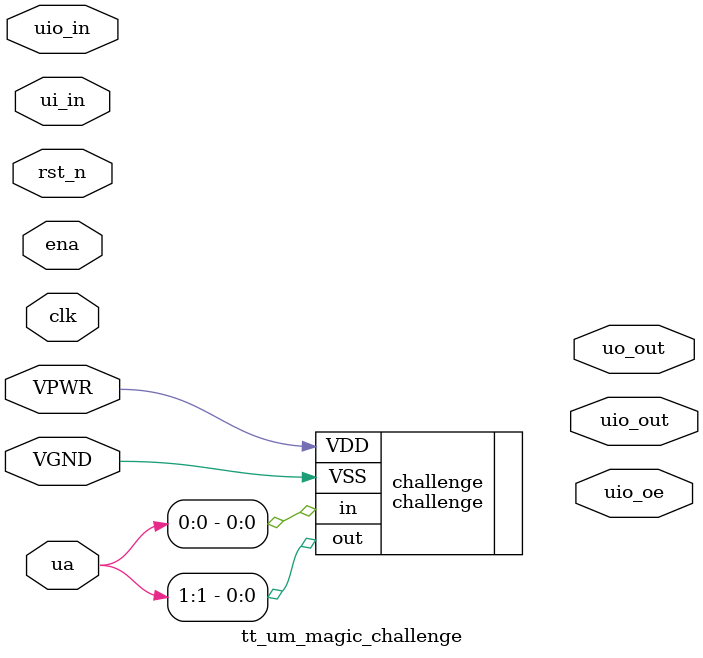
<source format=v>
`default_nettype none


module tt_um_magic_challenge (
    input  wire       VGND,
    input  wire       VPWR,
    input  wire [7:0] ui_in,    // Dedicated inputs
    output wire [7:0] uo_out,   // Dedicated outputs
    input  wire [7:0] uio_in,   // IOs: Input path
    output wire [7:0] uio_out,  // IOs: Output path
    output wire [7:0] uio_oe,   // IOs: Enable path (active high: 0=input, 1=output)
    inout  wire [7:0] ua, // analog pins
    input  wire       ena,      // will go high when the design is enabled
    input  wire       clk,      // clock
    input  wire       rst_n     // reset_n - low to reset
);
    
    challenge challenge
    (
        .VSS(VGND),
        .VDD(VPWR),
        .in(ua[0]),
        .out(ua[1])
    );

endmodule

</source>
